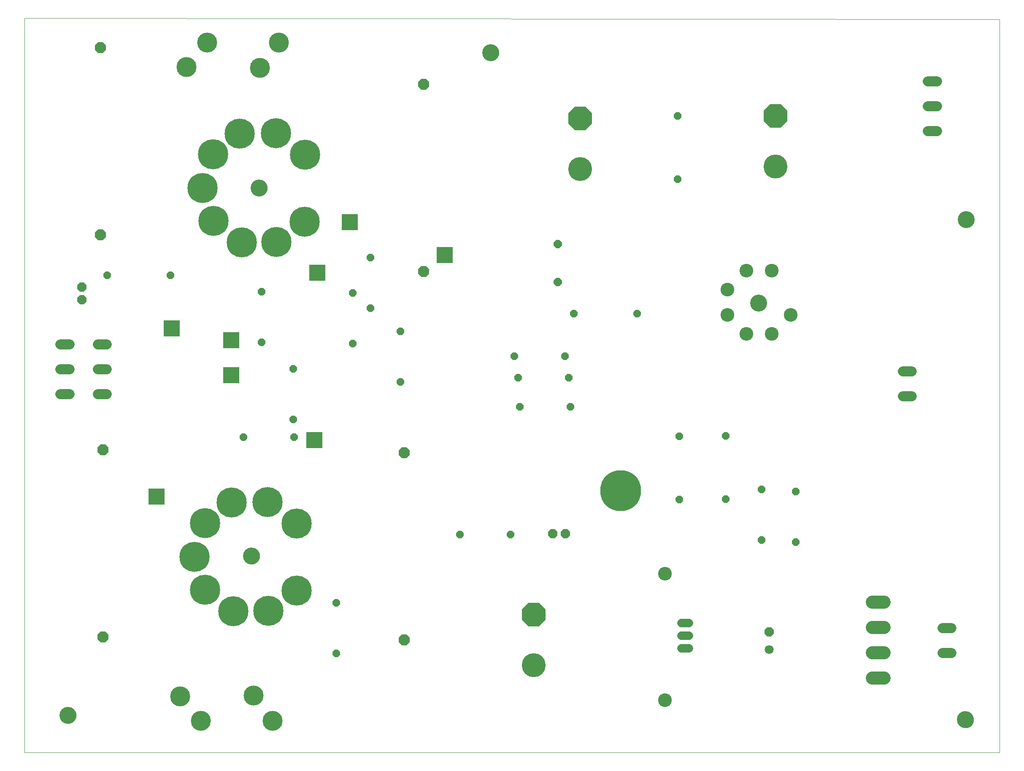
<source format=gbs>
G75*
%MOIN*%
%OFA0B0*%
%FSLAX25Y25*%
%IPPOS*%
%LPD*%
%AMOC8*
5,1,8,0,0,1.08239X$1,22.5*
%
%ADD10C,0.00000*%
%ADD11C,0.07850*%
%ADD12C,0.10250*%
%ADD13C,0.18900*%
%ADD14OC8,0.18900*%
%ADD15OC8,0.06400*%
%ADD16OC8,0.07100*%
%ADD17C,0.07100*%
%ADD18OC8,0.08600*%
%ADD19C,0.06800*%
%ADD20OC8,0.07400*%
%ADD21C,0.10800*%
%ADD22OC8,0.06000*%
%ADD23C,0.07887*%
%ADD24C,0.23800*%
%ADD25C,0.15800*%
%ADD26C,0.13398*%
%ADD27C,0.32296*%
%ADD28R,0.12611X0.12611*%
D10*
X0171672Y0029156D02*
X0171672Y0609857D01*
X0942093Y0608857D01*
X0942093Y0029156D01*
X0171672Y0029156D01*
X0199873Y0058656D02*
X0199875Y0058814D01*
X0199881Y0058972D01*
X0199891Y0059130D01*
X0199905Y0059288D01*
X0199923Y0059445D01*
X0199944Y0059602D01*
X0199970Y0059758D01*
X0200000Y0059914D01*
X0200033Y0060069D01*
X0200071Y0060222D01*
X0200112Y0060375D01*
X0200157Y0060527D01*
X0200206Y0060678D01*
X0200259Y0060827D01*
X0200315Y0060975D01*
X0200375Y0061121D01*
X0200439Y0061266D01*
X0200507Y0061409D01*
X0200578Y0061551D01*
X0200652Y0061691D01*
X0200730Y0061828D01*
X0200812Y0061964D01*
X0200896Y0062098D01*
X0200985Y0062229D01*
X0201076Y0062358D01*
X0201171Y0062485D01*
X0201268Y0062610D01*
X0201369Y0062732D01*
X0201473Y0062851D01*
X0201580Y0062968D01*
X0201690Y0063082D01*
X0201803Y0063193D01*
X0201918Y0063302D01*
X0202036Y0063407D01*
X0202157Y0063509D01*
X0202280Y0063609D01*
X0202406Y0063705D01*
X0202534Y0063798D01*
X0202664Y0063888D01*
X0202797Y0063974D01*
X0202932Y0064058D01*
X0203068Y0064137D01*
X0203207Y0064214D01*
X0203348Y0064286D01*
X0203490Y0064356D01*
X0203634Y0064421D01*
X0203780Y0064483D01*
X0203927Y0064541D01*
X0204076Y0064596D01*
X0204226Y0064647D01*
X0204377Y0064694D01*
X0204529Y0064737D01*
X0204682Y0064776D01*
X0204837Y0064812D01*
X0204992Y0064843D01*
X0205148Y0064871D01*
X0205304Y0064895D01*
X0205461Y0064915D01*
X0205619Y0064931D01*
X0205776Y0064943D01*
X0205935Y0064951D01*
X0206093Y0064955D01*
X0206251Y0064955D01*
X0206409Y0064951D01*
X0206568Y0064943D01*
X0206725Y0064931D01*
X0206883Y0064915D01*
X0207040Y0064895D01*
X0207196Y0064871D01*
X0207352Y0064843D01*
X0207507Y0064812D01*
X0207662Y0064776D01*
X0207815Y0064737D01*
X0207967Y0064694D01*
X0208118Y0064647D01*
X0208268Y0064596D01*
X0208417Y0064541D01*
X0208564Y0064483D01*
X0208710Y0064421D01*
X0208854Y0064356D01*
X0208996Y0064286D01*
X0209137Y0064214D01*
X0209276Y0064137D01*
X0209412Y0064058D01*
X0209547Y0063974D01*
X0209680Y0063888D01*
X0209810Y0063798D01*
X0209938Y0063705D01*
X0210064Y0063609D01*
X0210187Y0063509D01*
X0210308Y0063407D01*
X0210426Y0063302D01*
X0210541Y0063193D01*
X0210654Y0063082D01*
X0210764Y0062968D01*
X0210871Y0062851D01*
X0210975Y0062732D01*
X0211076Y0062610D01*
X0211173Y0062485D01*
X0211268Y0062358D01*
X0211359Y0062229D01*
X0211448Y0062098D01*
X0211532Y0061964D01*
X0211614Y0061828D01*
X0211692Y0061691D01*
X0211766Y0061551D01*
X0211837Y0061409D01*
X0211905Y0061266D01*
X0211969Y0061121D01*
X0212029Y0060975D01*
X0212085Y0060827D01*
X0212138Y0060678D01*
X0212187Y0060527D01*
X0212232Y0060375D01*
X0212273Y0060222D01*
X0212311Y0060069D01*
X0212344Y0059914D01*
X0212374Y0059758D01*
X0212400Y0059602D01*
X0212421Y0059445D01*
X0212439Y0059288D01*
X0212453Y0059130D01*
X0212463Y0058972D01*
X0212469Y0058814D01*
X0212471Y0058656D01*
X0212469Y0058498D01*
X0212463Y0058340D01*
X0212453Y0058182D01*
X0212439Y0058024D01*
X0212421Y0057867D01*
X0212400Y0057710D01*
X0212374Y0057554D01*
X0212344Y0057398D01*
X0212311Y0057243D01*
X0212273Y0057090D01*
X0212232Y0056937D01*
X0212187Y0056785D01*
X0212138Y0056634D01*
X0212085Y0056485D01*
X0212029Y0056337D01*
X0211969Y0056191D01*
X0211905Y0056046D01*
X0211837Y0055903D01*
X0211766Y0055761D01*
X0211692Y0055621D01*
X0211614Y0055484D01*
X0211532Y0055348D01*
X0211448Y0055214D01*
X0211359Y0055083D01*
X0211268Y0054954D01*
X0211173Y0054827D01*
X0211076Y0054702D01*
X0210975Y0054580D01*
X0210871Y0054461D01*
X0210764Y0054344D01*
X0210654Y0054230D01*
X0210541Y0054119D01*
X0210426Y0054010D01*
X0210308Y0053905D01*
X0210187Y0053803D01*
X0210064Y0053703D01*
X0209938Y0053607D01*
X0209810Y0053514D01*
X0209680Y0053424D01*
X0209547Y0053338D01*
X0209412Y0053254D01*
X0209276Y0053175D01*
X0209137Y0053098D01*
X0208996Y0053026D01*
X0208854Y0052956D01*
X0208710Y0052891D01*
X0208564Y0052829D01*
X0208417Y0052771D01*
X0208268Y0052716D01*
X0208118Y0052665D01*
X0207967Y0052618D01*
X0207815Y0052575D01*
X0207662Y0052536D01*
X0207507Y0052500D01*
X0207352Y0052469D01*
X0207196Y0052441D01*
X0207040Y0052417D01*
X0206883Y0052397D01*
X0206725Y0052381D01*
X0206568Y0052369D01*
X0206409Y0052361D01*
X0206251Y0052357D01*
X0206093Y0052357D01*
X0205935Y0052361D01*
X0205776Y0052369D01*
X0205619Y0052381D01*
X0205461Y0052397D01*
X0205304Y0052417D01*
X0205148Y0052441D01*
X0204992Y0052469D01*
X0204837Y0052500D01*
X0204682Y0052536D01*
X0204529Y0052575D01*
X0204377Y0052618D01*
X0204226Y0052665D01*
X0204076Y0052716D01*
X0203927Y0052771D01*
X0203780Y0052829D01*
X0203634Y0052891D01*
X0203490Y0052956D01*
X0203348Y0053026D01*
X0203207Y0053098D01*
X0203068Y0053175D01*
X0202932Y0053254D01*
X0202797Y0053338D01*
X0202664Y0053424D01*
X0202534Y0053514D01*
X0202406Y0053607D01*
X0202280Y0053703D01*
X0202157Y0053803D01*
X0202036Y0053905D01*
X0201918Y0054010D01*
X0201803Y0054119D01*
X0201690Y0054230D01*
X0201580Y0054344D01*
X0201473Y0054461D01*
X0201369Y0054580D01*
X0201268Y0054702D01*
X0201171Y0054827D01*
X0201076Y0054954D01*
X0200985Y0055083D01*
X0200896Y0055214D01*
X0200812Y0055348D01*
X0200730Y0055484D01*
X0200652Y0055621D01*
X0200578Y0055761D01*
X0200507Y0055903D01*
X0200439Y0056046D01*
X0200375Y0056191D01*
X0200315Y0056337D01*
X0200259Y0056485D01*
X0200206Y0056634D01*
X0200157Y0056785D01*
X0200112Y0056937D01*
X0200071Y0057090D01*
X0200033Y0057243D01*
X0200000Y0057398D01*
X0199970Y0057554D01*
X0199944Y0057710D01*
X0199923Y0057867D01*
X0199905Y0058024D01*
X0199891Y0058182D01*
X0199881Y0058340D01*
X0199875Y0058498D01*
X0199873Y0058656D01*
X0344873Y0184656D02*
X0344875Y0184814D01*
X0344881Y0184972D01*
X0344891Y0185130D01*
X0344905Y0185288D01*
X0344923Y0185445D01*
X0344944Y0185602D01*
X0344970Y0185758D01*
X0345000Y0185914D01*
X0345033Y0186069D01*
X0345071Y0186222D01*
X0345112Y0186375D01*
X0345157Y0186527D01*
X0345206Y0186678D01*
X0345259Y0186827D01*
X0345315Y0186975D01*
X0345375Y0187121D01*
X0345439Y0187266D01*
X0345507Y0187409D01*
X0345578Y0187551D01*
X0345652Y0187691D01*
X0345730Y0187828D01*
X0345812Y0187964D01*
X0345896Y0188098D01*
X0345985Y0188229D01*
X0346076Y0188358D01*
X0346171Y0188485D01*
X0346268Y0188610D01*
X0346369Y0188732D01*
X0346473Y0188851D01*
X0346580Y0188968D01*
X0346690Y0189082D01*
X0346803Y0189193D01*
X0346918Y0189302D01*
X0347036Y0189407D01*
X0347157Y0189509D01*
X0347280Y0189609D01*
X0347406Y0189705D01*
X0347534Y0189798D01*
X0347664Y0189888D01*
X0347797Y0189974D01*
X0347932Y0190058D01*
X0348068Y0190137D01*
X0348207Y0190214D01*
X0348348Y0190286D01*
X0348490Y0190356D01*
X0348634Y0190421D01*
X0348780Y0190483D01*
X0348927Y0190541D01*
X0349076Y0190596D01*
X0349226Y0190647D01*
X0349377Y0190694D01*
X0349529Y0190737D01*
X0349682Y0190776D01*
X0349837Y0190812D01*
X0349992Y0190843D01*
X0350148Y0190871D01*
X0350304Y0190895D01*
X0350461Y0190915D01*
X0350619Y0190931D01*
X0350776Y0190943D01*
X0350935Y0190951D01*
X0351093Y0190955D01*
X0351251Y0190955D01*
X0351409Y0190951D01*
X0351568Y0190943D01*
X0351725Y0190931D01*
X0351883Y0190915D01*
X0352040Y0190895D01*
X0352196Y0190871D01*
X0352352Y0190843D01*
X0352507Y0190812D01*
X0352662Y0190776D01*
X0352815Y0190737D01*
X0352967Y0190694D01*
X0353118Y0190647D01*
X0353268Y0190596D01*
X0353417Y0190541D01*
X0353564Y0190483D01*
X0353710Y0190421D01*
X0353854Y0190356D01*
X0353996Y0190286D01*
X0354137Y0190214D01*
X0354276Y0190137D01*
X0354412Y0190058D01*
X0354547Y0189974D01*
X0354680Y0189888D01*
X0354810Y0189798D01*
X0354938Y0189705D01*
X0355064Y0189609D01*
X0355187Y0189509D01*
X0355308Y0189407D01*
X0355426Y0189302D01*
X0355541Y0189193D01*
X0355654Y0189082D01*
X0355764Y0188968D01*
X0355871Y0188851D01*
X0355975Y0188732D01*
X0356076Y0188610D01*
X0356173Y0188485D01*
X0356268Y0188358D01*
X0356359Y0188229D01*
X0356448Y0188098D01*
X0356532Y0187964D01*
X0356614Y0187828D01*
X0356692Y0187691D01*
X0356766Y0187551D01*
X0356837Y0187409D01*
X0356905Y0187266D01*
X0356969Y0187121D01*
X0357029Y0186975D01*
X0357085Y0186827D01*
X0357138Y0186678D01*
X0357187Y0186527D01*
X0357232Y0186375D01*
X0357273Y0186222D01*
X0357311Y0186069D01*
X0357344Y0185914D01*
X0357374Y0185758D01*
X0357400Y0185602D01*
X0357421Y0185445D01*
X0357439Y0185288D01*
X0357453Y0185130D01*
X0357463Y0184972D01*
X0357469Y0184814D01*
X0357471Y0184656D01*
X0357469Y0184498D01*
X0357463Y0184340D01*
X0357453Y0184182D01*
X0357439Y0184024D01*
X0357421Y0183867D01*
X0357400Y0183710D01*
X0357374Y0183554D01*
X0357344Y0183398D01*
X0357311Y0183243D01*
X0357273Y0183090D01*
X0357232Y0182937D01*
X0357187Y0182785D01*
X0357138Y0182634D01*
X0357085Y0182485D01*
X0357029Y0182337D01*
X0356969Y0182191D01*
X0356905Y0182046D01*
X0356837Y0181903D01*
X0356766Y0181761D01*
X0356692Y0181621D01*
X0356614Y0181484D01*
X0356532Y0181348D01*
X0356448Y0181214D01*
X0356359Y0181083D01*
X0356268Y0180954D01*
X0356173Y0180827D01*
X0356076Y0180702D01*
X0355975Y0180580D01*
X0355871Y0180461D01*
X0355764Y0180344D01*
X0355654Y0180230D01*
X0355541Y0180119D01*
X0355426Y0180010D01*
X0355308Y0179905D01*
X0355187Y0179803D01*
X0355064Y0179703D01*
X0354938Y0179607D01*
X0354810Y0179514D01*
X0354680Y0179424D01*
X0354547Y0179338D01*
X0354412Y0179254D01*
X0354276Y0179175D01*
X0354137Y0179098D01*
X0353996Y0179026D01*
X0353854Y0178956D01*
X0353710Y0178891D01*
X0353564Y0178829D01*
X0353417Y0178771D01*
X0353268Y0178716D01*
X0353118Y0178665D01*
X0352967Y0178618D01*
X0352815Y0178575D01*
X0352662Y0178536D01*
X0352507Y0178500D01*
X0352352Y0178469D01*
X0352196Y0178441D01*
X0352040Y0178417D01*
X0351883Y0178397D01*
X0351725Y0178381D01*
X0351568Y0178369D01*
X0351409Y0178361D01*
X0351251Y0178357D01*
X0351093Y0178357D01*
X0350935Y0178361D01*
X0350776Y0178369D01*
X0350619Y0178381D01*
X0350461Y0178397D01*
X0350304Y0178417D01*
X0350148Y0178441D01*
X0349992Y0178469D01*
X0349837Y0178500D01*
X0349682Y0178536D01*
X0349529Y0178575D01*
X0349377Y0178618D01*
X0349226Y0178665D01*
X0349076Y0178716D01*
X0348927Y0178771D01*
X0348780Y0178829D01*
X0348634Y0178891D01*
X0348490Y0178956D01*
X0348348Y0179026D01*
X0348207Y0179098D01*
X0348068Y0179175D01*
X0347932Y0179254D01*
X0347797Y0179338D01*
X0347664Y0179424D01*
X0347534Y0179514D01*
X0347406Y0179607D01*
X0347280Y0179703D01*
X0347157Y0179803D01*
X0347036Y0179905D01*
X0346918Y0180010D01*
X0346803Y0180119D01*
X0346690Y0180230D01*
X0346580Y0180344D01*
X0346473Y0180461D01*
X0346369Y0180580D01*
X0346268Y0180702D01*
X0346171Y0180827D01*
X0346076Y0180954D01*
X0345985Y0181083D01*
X0345896Y0181214D01*
X0345812Y0181348D01*
X0345730Y0181484D01*
X0345652Y0181621D01*
X0345578Y0181761D01*
X0345507Y0181903D01*
X0345439Y0182046D01*
X0345375Y0182191D01*
X0345315Y0182337D01*
X0345259Y0182485D01*
X0345206Y0182634D01*
X0345157Y0182785D01*
X0345112Y0182937D01*
X0345071Y0183090D01*
X0345033Y0183243D01*
X0345000Y0183398D01*
X0344970Y0183554D01*
X0344944Y0183710D01*
X0344923Y0183867D01*
X0344905Y0184024D01*
X0344891Y0184182D01*
X0344881Y0184340D01*
X0344875Y0184498D01*
X0344873Y0184656D01*
X0672672Y0170656D02*
X0672674Y0170797D01*
X0672680Y0170938D01*
X0672690Y0171078D01*
X0672704Y0171218D01*
X0672722Y0171358D01*
X0672743Y0171497D01*
X0672769Y0171636D01*
X0672798Y0171774D01*
X0672832Y0171910D01*
X0672869Y0172046D01*
X0672910Y0172181D01*
X0672955Y0172315D01*
X0673004Y0172447D01*
X0673056Y0172578D01*
X0673112Y0172707D01*
X0673172Y0172834D01*
X0673235Y0172960D01*
X0673301Y0173084D01*
X0673372Y0173207D01*
X0673445Y0173327D01*
X0673522Y0173445D01*
X0673602Y0173561D01*
X0673686Y0173674D01*
X0673772Y0173785D01*
X0673862Y0173894D01*
X0673955Y0174000D01*
X0674050Y0174103D01*
X0674149Y0174204D01*
X0674250Y0174302D01*
X0674354Y0174397D01*
X0674461Y0174489D01*
X0674570Y0174578D01*
X0674682Y0174663D01*
X0674796Y0174746D01*
X0674912Y0174826D01*
X0675031Y0174902D01*
X0675152Y0174974D01*
X0675274Y0175044D01*
X0675399Y0175109D01*
X0675525Y0175172D01*
X0675653Y0175230D01*
X0675783Y0175285D01*
X0675914Y0175337D01*
X0676047Y0175384D01*
X0676181Y0175428D01*
X0676316Y0175469D01*
X0676452Y0175505D01*
X0676589Y0175537D01*
X0676727Y0175566D01*
X0676865Y0175591D01*
X0677005Y0175611D01*
X0677145Y0175628D01*
X0677285Y0175641D01*
X0677426Y0175650D01*
X0677566Y0175655D01*
X0677707Y0175656D01*
X0677848Y0175653D01*
X0677989Y0175646D01*
X0678129Y0175635D01*
X0678269Y0175620D01*
X0678409Y0175601D01*
X0678548Y0175579D01*
X0678686Y0175552D01*
X0678824Y0175522D01*
X0678960Y0175487D01*
X0679096Y0175449D01*
X0679230Y0175407D01*
X0679364Y0175361D01*
X0679496Y0175312D01*
X0679626Y0175258D01*
X0679755Y0175201D01*
X0679882Y0175141D01*
X0680008Y0175077D01*
X0680131Y0175009D01*
X0680253Y0174938D01*
X0680373Y0174864D01*
X0680490Y0174786D01*
X0680605Y0174705D01*
X0680718Y0174621D01*
X0680829Y0174534D01*
X0680937Y0174443D01*
X0681042Y0174350D01*
X0681145Y0174253D01*
X0681245Y0174154D01*
X0681342Y0174052D01*
X0681436Y0173947D01*
X0681527Y0173840D01*
X0681615Y0173730D01*
X0681700Y0173618D01*
X0681782Y0173503D01*
X0681861Y0173386D01*
X0681936Y0173267D01*
X0682008Y0173146D01*
X0682076Y0173023D01*
X0682141Y0172898D01*
X0682203Y0172771D01*
X0682260Y0172642D01*
X0682315Y0172512D01*
X0682365Y0172381D01*
X0682412Y0172248D01*
X0682455Y0172114D01*
X0682494Y0171978D01*
X0682529Y0171842D01*
X0682561Y0171705D01*
X0682588Y0171567D01*
X0682612Y0171428D01*
X0682632Y0171288D01*
X0682648Y0171148D01*
X0682660Y0171008D01*
X0682668Y0170867D01*
X0682672Y0170726D01*
X0682672Y0170586D01*
X0682668Y0170445D01*
X0682660Y0170304D01*
X0682648Y0170164D01*
X0682632Y0170024D01*
X0682612Y0169884D01*
X0682588Y0169745D01*
X0682561Y0169607D01*
X0682529Y0169470D01*
X0682494Y0169334D01*
X0682455Y0169198D01*
X0682412Y0169064D01*
X0682365Y0168931D01*
X0682315Y0168800D01*
X0682260Y0168670D01*
X0682203Y0168541D01*
X0682141Y0168414D01*
X0682076Y0168289D01*
X0682008Y0168166D01*
X0681936Y0168045D01*
X0681861Y0167926D01*
X0681782Y0167809D01*
X0681700Y0167694D01*
X0681615Y0167582D01*
X0681527Y0167472D01*
X0681436Y0167365D01*
X0681342Y0167260D01*
X0681245Y0167158D01*
X0681145Y0167059D01*
X0681042Y0166962D01*
X0680937Y0166869D01*
X0680829Y0166778D01*
X0680718Y0166691D01*
X0680605Y0166607D01*
X0680490Y0166526D01*
X0680373Y0166448D01*
X0680253Y0166374D01*
X0680131Y0166303D01*
X0680008Y0166235D01*
X0679882Y0166171D01*
X0679755Y0166111D01*
X0679626Y0166054D01*
X0679496Y0166000D01*
X0679364Y0165951D01*
X0679230Y0165905D01*
X0679096Y0165863D01*
X0678960Y0165825D01*
X0678824Y0165790D01*
X0678686Y0165760D01*
X0678548Y0165733D01*
X0678409Y0165711D01*
X0678269Y0165692D01*
X0678129Y0165677D01*
X0677989Y0165666D01*
X0677848Y0165659D01*
X0677707Y0165656D01*
X0677566Y0165657D01*
X0677426Y0165662D01*
X0677285Y0165671D01*
X0677145Y0165684D01*
X0677005Y0165701D01*
X0676865Y0165721D01*
X0676727Y0165746D01*
X0676589Y0165775D01*
X0676452Y0165807D01*
X0676316Y0165843D01*
X0676181Y0165884D01*
X0676047Y0165928D01*
X0675914Y0165975D01*
X0675783Y0166027D01*
X0675653Y0166082D01*
X0675525Y0166140D01*
X0675399Y0166203D01*
X0675274Y0166268D01*
X0675152Y0166338D01*
X0675031Y0166410D01*
X0674912Y0166486D01*
X0674796Y0166566D01*
X0674682Y0166649D01*
X0674570Y0166734D01*
X0674461Y0166823D01*
X0674354Y0166915D01*
X0674250Y0167010D01*
X0674149Y0167108D01*
X0674050Y0167209D01*
X0673955Y0167312D01*
X0673862Y0167418D01*
X0673772Y0167527D01*
X0673686Y0167638D01*
X0673602Y0167751D01*
X0673522Y0167867D01*
X0673445Y0167985D01*
X0673372Y0168105D01*
X0673301Y0168228D01*
X0673235Y0168352D01*
X0673172Y0168478D01*
X0673112Y0168605D01*
X0673056Y0168734D01*
X0673004Y0168865D01*
X0672955Y0168997D01*
X0672910Y0169131D01*
X0672869Y0169266D01*
X0672832Y0169402D01*
X0672798Y0169538D01*
X0672769Y0169676D01*
X0672743Y0169815D01*
X0672722Y0169954D01*
X0672704Y0170094D01*
X0672690Y0170234D01*
X0672680Y0170374D01*
X0672674Y0170515D01*
X0672672Y0170656D01*
X0672672Y0070656D02*
X0672674Y0070797D01*
X0672680Y0070938D01*
X0672690Y0071078D01*
X0672704Y0071218D01*
X0672722Y0071358D01*
X0672743Y0071497D01*
X0672769Y0071636D01*
X0672798Y0071774D01*
X0672832Y0071910D01*
X0672869Y0072046D01*
X0672910Y0072181D01*
X0672955Y0072315D01*
X0673004Y0072447D01*
X0673056Y0072578D01*
X0673112Y0072707D01*
X0673172Y0072834D01*
X0673235Y0072960D01*
X0673301Y0073084D01*
X0673372Y0073207D01*
X0673445Y0073327D01*
X0673522Y0073445D01*
X0673602Y0073561D01*
X0673686Y0073674D01*
X0673772Y0073785D01*
X0673862Y0073894D01*
X0673955Y0074000D01*
X0674050Y0074103D01*
X0674149Y0074204D01*
X0674250Y0074302D01*
X0674354Y0074397D01*
X0674461Y0074489D01*
X0674570Y0074578D01*
X0674682Y0074663D01*
X0674796Y0074746D01*
X0674912Y0074826D01*
X0675031Y0074902D01*
X0675152Y0074974D01*
X0675274Y0075044D01*
X0675399Y0075109D01*
X0675525Y0075172D01*
X0675653Y0075230D01*
X0675783Y0075285D01*
X0675914Y0075337D01*
X0676047Y0075384D01*
X0676181Y0075428D01*
X0676316Y0075469D01*
X0676452Y0075505D01*
X0676589Y0075537D01*
X0676727Y0075566D01*
X0676865Y0075591D01*
X0677005Y0075611D01*
X0677145Y0075628D01*
X0677285Y0075641D01*
X0677426Y0075650D01*
X0677566Y0075655D01*
X0677707Y0075656D01*
X0677848Y0075653D01*
X0677989Y0075646D01*
X0678129Y0075635D01*
X0678269Y0075620D01*
X0678409Y0075601D01*
X0678548Y0075579D01*
X0678686Y0075552D01*
X0678824Y0075522D01*
X0678960Y0075487D01*
X0679096Y0075449D01*
X0679230Y0075407D01*
X0679364Y0075361D01*
X0679496Y0075312D01*
X0679626Y0075258D01*
X0679755Y0075201D01*
X0679882Y0075141D01*
X0680008Y0075077D01*
X0680131Y0075009D01*
X0680253Y0074938D01*
X0680373Y0074864D01*
X0680490Y0074786D01*
X0680605Y0074705D01*
X0680718Y0074621D01*
X0680829Y0074534D01*
X0680937Y0074443D01*
X0681042Y0074350D01*
X0681145Y0074253D01*
X0681245Y0074154D01*
X0681342Y0074052D01*
X0681436Y0073947D01*
X0681527Y0073840D01*
X0681615Y0073730D01*
X0681700Y0073618D01*
X0681782Y0073503D01*
X0681861Y0073386D01*
X0681936Y0073267D01*
X0682008Y0073146D01*
X0682076Y0073023D01*
X0682141Y0072898D01*
X0682203Y0072771D01*
X0682260Y0072642D01*
X0682315Y0072512D01*
X0682365Y0072381D01*
X0682412Y0072248D01*
X0682455Y0072114D01*
X0682494Y0071978D01*
X0682529Y0071842D01*
X0682561Y0071705D01*
X0682588Y0071567D01*
X0682612Y0071428D01*
X0682632Y0071288D01*
X0682648Y0071148D01*
X0682660Y0071008D01*
X0682668Y0070867D01*
X0682672Y0070726D01*
X0682672Y0070586D01*
X0682668Y0070445D01*
X0682660Y0070304D01*
X0682648Y0070164D01*
X0682632Y0070024D01*
X0682612Y0069884D01*
X0682588Y0069745D01*
X0682561Y0069607D01*
X0682529Y0069470D01*
X0682494Y0069334D01*
X0682455Y0069198D01*
X0682412Y0069064D01*
X0682365Y0068931D01*
X0682315Y0068800D01*
X0682260Y0068670D01*
X0682203Y0068541D01*
X0682141Y0068414D01*
X0682076Y0068289D01*
X0682008Y0068166D01*
X0681936Y0068045D01*
X0681861Y0067926D01*
X0681782Y0067809D01*
X0681700Y0067694D01*
X0681615Y0067582D01*
X0681527Y0067472D01*
X0681436Y0067365D01*
X0681342Y0067260D01*
X0681245Y0067158D01*
X0681145Y0067059D01*
X0681042Y0066962D01*
X0680937Y0066869D01*
X0680829Y0066778D01*
X0680718Y0066691D01*
X0680605Y0066607D01*
X0680490Y0066526D01*
X0680373Y0066448D01*
X0680253Y0066374D01*
X0680131Y0066303D01*
X0680008Y0066235D01*
X0679882Y0066171D01*
X0679755Y0066111D01*
X0679626Y0066054D01*
X0679496Y0066000D01*
X0679364Y0065951D01*
X0679230Y0065905D01*
X0679096Y0065863D01*
X0678960Y0065825D01*
X0678824Y0065790D01*
X0678686Y0065760D01*
X0678548Y0065733D01*
X0678409Y0065711D01*
X0678269Y0065692D01*
X0678129Y0065677D01*
X0677989Y0065666D01*
X0677848Y0065659D01*
X0677707Y0065656D01*
X0677566Y0065657D01*
X0677426Y0065662D01*
X0677285Y0065671D01*
X0677145Y0065684D01*
X0677005Y0065701D01*
X0676865Y0065721D01*
X0676727Y0065746D01*
X0676589Y0065775D01*
X0676452Y0065807D01*
X0676316Y0065843D01*
X0676181Y0065884D01*
X0676047Y0065928D01*
X0675914Y0065975D01*
X0675783Y0066027D01*
X0675653Y0066082D01*
X0675525Y0066140D01*
X0675399Y0066203D01*
X0675274Y0066268D01*
X0675152Y0066338D01*
X0675031Y0066410D01*
X0674912Y0066486D01*
X0674796Y0066566D01*
X0674682Y0066649D01*
X0674570Y0066734D01*
X0674461Y0066823D01*
X0674354Y0066915D01*
X0674250Y0067010D01*
X0674149Y0067108D01*
X0674050Y0067209D01*
X0673955Y0067312D01*
X0673862Y0067418D01*
X0673772Y0067527D01*
X0673686Y0067638D01*
X0673602Y0067751D01*
X0673522Y0067867D01*
X0673445Y0067985D01*
X0673372Y0068105D01*
X0673301Y0068228D01*
X0673235Y0068352D01*
X0673172Y0068478D01*
X0673112Y0068605D01*
X0673056Y0068734D01*
X0673004Y0068865D01*
X0672955Y0068997D01*
X0672910Y0069131D01*
X0672869Y0069266D01*
X0672832Y0069402D01*
X0672798Y0069538D01*
X0672769Y0069676D01*
X0672743Y0069815D01*
X0672722Y0069954D01*
X0672704Y0070094D01*
X0672690Y0070234D01*
X0672680Y0070374D01*
X0672674Y0070515D01*
X0672672Y0070656D01*
X0908873Y0055156D02*
X0908875Y0055314D01*
X0908881Y0055472D01*
X0908891Y0055630D01*
X0908905Y0055788D01*
X0908923Y0055945D01*
X0908944Y0056102D01*
X0908970Y0056258D01*
X0909000Y0056414D01*
X0909033Y0056569D01*
X0909071Y0056722D01*
X0909112Y0056875D01*
X0909157Y0057027D01*
X0909206Y0057178D01*
X0909259Y0057327D01*
X0909315Y0057475D01*
X0909375Y0057621D01*
X0909439Y0057766D01*
X0909507Y0057909D01*
X0909578Y0058051D01*
X0909652Y0058191D01*
X0909730Y0058328D01*
X0909812Y0058464D01*
X0909896Y0058598D01*
X0909985Y0058729D01*
X0910076Y0058858D01*
X0910171Y0058985D01*
X0910268Y0059110D01*
X0910369Y0059232D01*
X0910473Y0059351D01*
X0910580Y0059468D01*
X0910690Y0059582D01*
X0910803Y0059693D01*
X0910918Y0059802D01*
X0911036Y0059907D01*
X0911157Y0060009D01*
X0911280Y0060109D01*
X0911406Y0060205D01*
X0911534Y0060298D01*
X0911664Y0060388D01*
X0911797Y0060474D01*
X0911932Y0060558D01*
X0912068Y0060637D01*
X0912207Y0060714D01*
X0912348Y0060786D01*
X0912490Y0060856D01*
X0912634Y0060921D01*
X0912780Y0060983D01*
X0912927Y0061041D01*
X0913076Y0061096D01*
X0913226Y0061147D01*
X0913377Y0061194D01*
X0913529Y0061237D01*
X0913682Y0061276D01*
X0913837Y0061312D01*
X0913992Y0061343D01*
X0914148Y0061371D01*
X0914304Y0061395D01*
X0914461Y0061415D01*
X0914619Y0061431D01*
X0914776Y0061443D01*
X0914935Y0061451D01*
X0915093Y0061455D01*
X0915251Y0061455D01*
X0915409Y0061451D01*
X0915568Y0061443D01*
X0915725Y0061431D01*
X0915883Y0061415D01*
X0916040Y0061395D01*
X0916196Y0061371D01*
X0916352Y0061343D01*
X0916507Y0061312D01*
X0916662Y0061276D01*
X0916815Y0061237D01*
X0916967Y0061194D01*
X0917118Y0061147D01*
X0917268Y0061096D01*
X0917417Y0061041D01*
X0917564Y0060983D01*
X0917710Y0060921D01*
X0917854Y0060856D01*
X0917996Y0060786D01*
X0918137Y0060714D01*
X0918276Y0060637D01*
X0918412Y0060558D01*
X0918547Y0060474D01*
X0918680Y0060388D01*
X0918810Y0060298D01*
X0918938Y0060205D01*
X0919064Y0060109D01*
X0919187Y0060009D01*
X0919308Y0059907D01*
X0919426Y0059802D01*
X0919541Y0059693D01*
X0919654Y0059582D01*
X0919764Y0059468D01*
X0919871Y0059351D01*
X0919975Y0059232D01*
X0920076Y0059110D01*
X0920173Y0058985D01*
X0920268Y0058858D01*
X0920359Y0058729D01*
X0920448Y0058598D01*
X0920532Y0058464D01*
X0920614Y0058328D01*
X0920692Y0058191D01*
X0920766Y0058051D01*
X0920837Y0057909D01*
X0920905Y0057766D01*
X0920969Y0057621D01*
X0921029Y0057475D01*
X0921085Y0057327D01*
X0921138Y0057178D01*
X0921187Y0057027D01*
X0921232Y0056875D01*
X0921273Y0056722D01*
X0921311Y0056569D01*
X0921344Y0056414D01*
X0921374Y0056258D01*
X0921400Y0056102D01*
X0921421Y0055945D01*
X0921439Y0055788D01*
X0921453Y0055630D01*
X0921463Y0055472D01*
X0921469Y0055314D01*
X0921471Y0055156D01*
X0921469Y0054998D01*
X0921463Y0054840D01*
X0921453Y0054682D01*
X0921439Y0054524D01*
X0921421Y0054367D01*
X0921400Y0054210D01*
X0921374Y0054054D01*
X0921344Y0053898D01*
X0921311Y0053743D01*
X0921273Y0053590D01*
X0921232Y0053437D01*
X0921187Y0053285D01*
X0921138Y0053134D01*
X0921085Y0052985D01*
X0921029Y0052837D01*
X0920969Y0052691D01*
X0920905Y0052546D01*
X0920837Y0052403D01*
X0920766Y0052261D01*
X0920692Y0052121D01*
X0920614Y0051984D01*
X0920532Y0051848D01*
X0920448Y0051714D01*
X0920359Y0051583D01*
X0920268Y0051454D01*
X0920173Y0051327D01*
X0920076Y0051202D01*
X0919975Y0051080D01*
X0919871Y0050961D01*
X0919764Y0050844D01*
X0919654Y0050730D01*
X0919541Y0050619D01*
X0919426Y0050510D01*
X0919308Y0050405D01*
X0919187Y0050303D01*
X0919064Y0050203D01*
X0918938Y0050107D01*
X0918810Y0050014D01*
X0918680Y0049924D01*
X0918547Y0049838D01*
X0918412Y0049754D01*
X0918276Y0049675D01*
X0918137Y0049598D01*
X0917996Y0049526D01*
X0917854Y0049456D01*
X0917710Y0049391D01*
X0917564Y0049329D01*
X0917417Y0049271D01*
X0917268Y0049216D01*
X0917118Y0049165D01*
X0916967Y0049118D01*
X0916815Y0049075D01*
X0916662Y0049036D01*
X0916507Y0049000D01*
X0916352Y0048969D01*
X0916196Y0048941D01*
X0916040Y0048917D01*
X0915883Y0048897D01*
X0915725Y0048881D01*
X0915568Y0048869D01*
X0915409Y0048861D01*
X0915251Y0048857D01*
X0915093Y0048857D01*
X0914935Y0048861D01*
X0914776Y0048869D01*
X0914619Y0048881D01*
X0914461Y0048897D01*
X0914304Y0048917D01*
X0914148Y0048941D01*
X0913992Y0048969D01*
X0913837Y0049000D01*
X0913682Y0049036D01*
X0913529Y0049075D01*
X0913377Y0049118D01*
X0913226Y0049165D01*
X0913076Y0049216D01*
X0912927Y0049271D01*
X0912780Y0049329D01*
X0912634Y0049391D01*
X0912490Y0049456D01*
X0912348Y0049526D01*
X0912207Y0049598D01*
X0912068Y0049675D01*
X0911932Y0049754D01*
X0911797Y0049838D01*
X0911664Y0049924D01*
X0911534Y0050014D01*
X0911406Y0050107D01*
X0911280Y0050203D01*
X0911157Y0050303D01*
X0911036Y0050405D01*
X0910918Y0050510D01*
X0910803Y0050619D01*
X0910690Y0050730D01*
X0910580Y0050844D01*
X0910473Y0050961D01*
X0910369Y0051080D01*
X0910268Y0051202D01*
X0910171Y0051327D01*
X0910076Y0051454D01*
X0909985Y0051583D01*
X0909896Y0051714D01*
X0909812Y0051848D01*
X0909730Y0051984D01*
X0909652Y0052121D01*
X0909578Y0052261D01*
X0909507Y0052403D01*
X0909439Y0052546D01*
X0909375Y0052691D01*
X0909315Y0052837D01*
X0909259Y0052985D01*
X0909206Y0053134D01*
X0909157Y0053285D01*
X0909112Y0053437D01*
X0909071Y0053590D01*
X0909033Y0053743D01*
X0909000Y0053898D01*
X0908970Y0054054D01*
X0908944Y0054210D01*
X0908923Y0054367D01*
X0908905Y0054524D01*
X0908891Y0054682D01*
X0908881Y0054840D01*
X0908875Y0054998D01*
X0908873Y0055156D01*
X0745373Y0384656D02*
X0745375Y0384814D01*
X0745381Y0384972D01*
X0745391Y0385130D01*
X0745405Y0385288D01*
X0745423Y0385445D01*
X0745444Y0385602D01*
X0745470Y0385758D01*
X0745500Y0385914D01*
X0745533Y0386069D01*
X0745571Y0386222D01*
X0745612Y0386375D01*
X0745657Y0386527D01*
X0745706Y0386678D01*
X0745759Y0386827D01*
X0745815Y0386975D01*
X0745875Y0387121D01*
X0745939Y0387266D01*
X0746007Y0387409D01*
X0746078Y0387551D01*
X0746152Y0387691D01*
X0746230Y0387828D01*
X0746312Y0387964D01*
X0746396Y0388098D01*
X0746485Y0388229D01*
X0746576Y0388358D01*
X0746671Y0388485D01*
X0746768Y0388610D01*
X0746869Y0388732D01*
X0746973Y0388851D01*
X0747080Y0388968D01*
X0747190Y0389082D01*
X0747303Y0389193D01*
X0747418Y0389302D01*
X0747536Y0389407D01*
X0747657Y0389509D01*
X0747780Y0389609D01*
X0747906Y0389705D01*
X0748034Y0389798D01*
X0748164Y0389888D01*
X0748297Y0389974D01*
X0748432Y0390058D01*
X0748568Y0390137D01*
X0748707Y0390214D01*
X0748848Y0390286D01*
X0748990Y0390356D01*
X0749134Y0390421D01*
X0749280Y0390483D01*
X0749427Y0390541D01*
X0749576Y0390596D01*
X0749726Y0390647D01*
X0749877Y0390694D01*
X0750029Y0390737D01*
X0750182Y0390776D01*
X0750337Y0390812D01*
X0750492Y0390843D01*
X0750648Y0390871D01*
X0750804Y0390895D01*
X0750961Y0390915D01*
X0751119Y0390931D01*
X0751276Y0390943D01*
X0751435Y0390951D01*
X0751593Y0390955D01*
X0751751Y0390955D01*
X0751909Y0390951D01*
X0752068Y0390943D01*
X0752225Y0390931D01*
X0752383Y0390915D01*
X0752540Y0390895D01*
X0752696Y0390871D01*
X0752852Y0390843D01*
X0753007Y0390812D01*
X0753162Y0390776D01*
X0753315Y0390737D01*
X0753467Y0390694D01*
X0753618Y0390647D01*
X0753768Y0390596D01*
X0753917Y0390541D01*
X0754064Y0390483D01*
X0754210Y0390421D01*
X0754354Y0390356D01*
X0754496Y0390286D01*
X0754637Y0390214D01*
X0754776Y0390137D01*
X0754912Y0390058D01*
X0755047Y0389974D01*
X0755180Y0389888D01*
X0755310Y0389798D01*
X0755438Y0389705D01*
X0755564Y0389609D01*
X0755687Y0389509D01*
X0755808Y0389407D01*
X0755926Y0389302D01*
X0756041Y0389193D01*
X0756154Y0389082D01*
X0756264Y0388968D01*
X0756371Y0388851D01*
X0756475Y0388732D01*
X0756576Y0388610D01*
X0756673Y0388485D01*
X0756768Y0388358D01*
X0756859Y0388229D01*
X0756948Y0388098D01*
X0757032Y0387964D01*
X0757114Y0387828D01*
X0757192Y0387691D01*
X0757266Y0387551D01*
X0757337Y0387409D01*
X0757405Y0387266D01*
X0757469Y0387121D01*
X0757529Y0386975D01*
X0757585Y0386827D01*
X0757638Y0386678D01*
X0757687Y0386527D01*
X0757732Y0386375D01*
X0757773Y0386222D01*
X0757811Y0386069D01*
X0757844Y0385914D01*
X0757874Y0385758D01*
X0757900Y0385602D01*
X0757921Y0385445D01*
X0757939Y0385288D01*
X0757953Y0385130D01*
X0757963Y0384972D01*
X0757969Y0384814D01*
X0757971Y0384656D01*
X0757969Y0384498D01*
X0757963Y0384340D01*
X0757953Y0384182D01*
X0757939Y0384024D01*
X0757921Y0383867D01*
X0757900Y0383710D01*
X0757874Y0383554D01*
X0757844Y0383398D01*
X0757811Y0383243D01*
X0757773Y0383090D01*
X0757732Y0382937D01*
X0757687Y0382785D01*
X0757638Y0382634D01*
X0757585Y0382485D01*
X0757529Y0382337D01*
X0757469Y0382191D01*
X0757405Y0382046D01*
X0757337Y0381903D01*
X0757266Y0381761D01*
X0757192Y0381621D01*
X0757114Y0381484D01*
X0757032Y0381348D01*
X0756948Y0381214D01*
X0756859Y0381083D01*
X0756768Y0380954D01*
X0756673Y0380827D01*
X0756576Y0380702D01*
X0756475Y0380580D01*
X0756371Y0380461D01*
X0756264Y0380344D01*
X0756154Y0380230D01*
X0756041Y0380119D01*
X0755926Y0380010D01*
X0755808Y0379905D01*
X0755687Y0379803D01*
X0755564Y0379703D01*
X0755438Y0379607D01*
X0755310Y0379514D01*
X0755180Y0379424D01*
X0755047Y0379338D01*
X0754912Y0379254D01*
X0754776Y0379175D01*
X0754637Y0379098D01*
X0754496Y0379026D01*
X0754354Y0378956D01*
X0754210Y0378891D01*
X0754064Y0378829D01*
X0753917Y0378771D01*
X0753768Y0378716D01*
X0753618Y0378665D01*
X0753467Y0378618D01*
X0753315Y0378575D01*
X0753162Y0378536D01*
X0753007Y0378500D01*
X0752852Y0378469D01*
X0752696Y0378441D01*
X0752540Y0378417D01*
X0752383Y0378397D01*
X0752225Y0378381D01*
X0752068Y0378369D01*
X0751909Y0378361D01*
X0751751Y0378357D01*
X0751593Y0378357D01*
X0751435Y0378361D01*
X0751276Y0378369D01*
X0751119Y0378381D01*
X0750961Y0378397D01*
X0750804Y0378417D01*
X0750648Y0378441D01*
X0750492Y0378469D01*
X0750337Y0378500D01*
X0750182Y0378536D01*
X0750029Y0378575D01*
X0749877Y0378618D01*
X0749726Y0378665D01*
X0749576Y0378716D01*
X0749427Y0378771D01*
X0749280Y0378829D01*
X0749134Y0378891D01*
X0748990Y0378956D01*
X0748848Y0379026D01*
X0748707Y0379098D01*
X0748568Y0379175D01*
X0748432Y0379254D01*
X0748297Y0379338D01*
X0748164Y0379424D01*
X0748034Y0379514D01*
X0747906Y0379607D01*
X0747780Y0379703D01*
X0747657Y0379803D01*
X0747536Y0379905D01*
X0747418Y0380010D01*
X0747303Y0380119D01*
X0747190Y0380230D01*
X0747080Y0380344D01*
X0746973Y0380461D01*
X0746869Y0380580D01*
X0746768Y0380702D01*
X0746671Y0380827D01*
X0746576Y0380954D01*
X0746485Y0381083D01*
X0746396Y0381214D01*
X0746312Y0381348D01*
X0746230Y0381484D01*
X0746152Y0381621D01*
X0746078Y0381761D01*
X0746007Y0381903D01*
X0745939Y0382046D01*
X0745875Y0382191D01*
X0745815Y0382337D01*
X0745759Y0382485D01*
X0745706Y0382634D01*
X0745657Y0382785D01*
X0745612Y0382937D01*
X0745571Y0383090D01*
X0745533Y0383243D01*
X0745500Y0383398D01*
X0745470Y0383554D01*
X0745444Y0383710D01*
X0745423Y0383867D01*
X0745405Y0384024D01*
X0745391Y0384182D01*
X0745381Y0384340D01*
X0745375Y0384498D01*
X0745373Y0384656D01*
X0909373Y0450656D02*
X0909375Y0450814D01*
X0909381Y0450972D01*
X0909391Y0451130D01*
X0909405Y0451288D01*
X0909423Y0451445D01*
X0909444Y0451602D01*
X0909470Y0451758D01*
X0909500Y0451914D01*
X0909533Y0452069D01*
X0909571Y0452222D01*
X0909612Y0452375D01*
X0909657Y0452527D01*
X0909706Y0452678D01*
X0909759Y0452827D01*
X0909815Y0452975D01*
X0909875Y0453121D01*
X0909939Y0453266D01*
X0910007Y0453409D01*
X0910078Y0453551D01*
X0910152Y0453691D01*
X0910230Y0453828D01*
X0910312Y0453964D01*
X0910396Y0454098D01*
X0910485Y0454229D01*
X0910576Y0454358D01*
X0910671Y0454485D01*
X0910768Y0454610D01*
X0910869Y0454732D01*
X0910973Y0454851D01*
X0911080Y0454968D01*
X0911190Y0455082D01*
X0911303Y0455193D01*
X0911418Y0455302D01*
X0911536Y0455407D01*
X0911657Y0455509D01*
X0911780Y0455609D01*
X0911906Y0455705D01*
X0912034Y0455798D01*
X0912164Y0455888D01*
X0912297Y0455974D01*
X0912432Y0456058D01*
X0912568Y0456137D01*
X0912707Y0456214D01*
X0912848Y0456286D01*
X0912990Y0456356D01*
X0913134Y0456421D01*
X0913280Y0456483D01*
X0913427Y0456541D01*
X0913576Y0456596D01*
X0913726Y0456647D01*
X0913877Y0456694D01*
X0914029Y0456737D01*
X0914182Y0456776D01*
X0914337Y0456812D01*
X0914492Y0456843D01*
X0914648Y0456871D01*
X0914804Y0456895D01*
X0914961Y0456915D01*
X0915119Y0456931D01*
X0915276Y0456943D01*
X0915435Y0456951D01*
X0915593Y0456955D01*
X0915751Y0456955D01*
X0915909Y0456951D01*
X0916068Y0456943D01*
X0916225Y0456931D01*
X0916383Y0456915D01*
X0916540Y0456895D01*
X0916696Y0456871D01*
X0916852Y0456843D01*
X0917007Y0456812D01*
X0917162Y0456776D01*
X0917315Y0456737D01*
X0917467Y0456694D01*
X0917618Y0456647D01*
X0917768Y0456596D01*
X0917917Y0456541D01*
X0918064Y0456483D01*
X0918210Y0456421D01*
X0918354Y0456356D01*
X0918496Y0456286D01*
X0918637Y0456214D01*
X0918776Y0456137D01*
X0918912Y0456058D01*
X0919047Y0455974D01*
X0919180Y0455888D01*
X0919310Y0455798D01*
X0919438Y0455705D01*
X0919564Y0455609D01*
X0919687Y0455509D01*
X0919808Y0455407D01*
X0919926Y0455302D01*
X0920041Y0455193D01*
X0920154Y0455082D01*
X0920264Y0454968D01*
X0920371Y0454851D01*
X0920475Y0454732D01*
X0920576Y0454610D01*
X0920673Y0454485D01*
X0920768Y0454358D01*
X0920859Y0454229D01*
X0920948Y0454098D01*
X0921032Y0453964D01*
X0921114Y0453828D01*
X0921192Y0453691D01*
X0921266Y0453551D01*
X0921337Y0453409D01*
X0921405Y0453266D01*
X0921469Y0453121D01*
X0921529Y0452975D01*
X0921585Y0452827D01*
X0921638Y0452678D01*
X0921687Y0452527D01*
X0921732Y0452375D01*
X0921773Y0452222D01*
X0921811Y0452069D01*
X0921844Y0451914D01*
X0921874Y0451758D01*
X0921900Y0451602D01*
X0921921Y0451445D01*
X0921939Y0451288D01*
X0921953Y0451130D01*
X0921963Y0450972D01*
X0921969Y0450814D01*
X0921971Y0450656D01*
X0921969Y0450498D01*
X0921963Y0450340D01*
X0921953Y0450182D01*
X0921939Y0450024D01*
X0921921Y0449867D01*
X0921900Y0449710D01*
X0921874Y0449554D01*
X0921844Y0449398D01*
X0921811Y0449243D01*
X0921773Y0449090D01*
X0921732Y0448937D01*
X0921687Y0448785D01*
X0921638Y0448634D01*
X0921585Y0448485D01*
X0921529Y0448337D01*
X0921469Y0448191D01*
X0921405Y0448046D01*
X0921337Y0447903D01*
X0921266Y0447761D01*
X0921192Y0447621D01*
X0921114Y0447484D01*
X0921032Y0447348D01*
X0920948Y0447214D01*
X0920859Y0447083D01*
X0920768Y0446954D01*
X0920673Y0446827D01*
X0920576Y0446702D01*
X0920475Y0446580D01*
X0920371Y0446461D01*
X0920264Y0446344D01*
X0920154Y0446230D01*
X0920041Y0446119D01*
X0919926Y0446010D01*
X0919808Y0445905D01*
X0919687Y0445803D01*
X0919564Y0445703D01*
X0919438Y0445607D01*
X0919310Y0445514D01*
X0919180Y0445424D01*
X0919047Y0445338D01*
X0918912Y0445254D01*
X0918776Y0445175D01*
X0918637Y0445098D01*
X0918496Y0445026D01*
X0918354Y0444956D01*
X0918210Y0444891D01*
X0918064Y0444829D01*
X0917917Y0444771D01*
X0917768Y0444716D01*
X0917618Y0444665D01*
X0917467Y0444618D01*
X0917315Y0444575D01*
X0917162Y0444536D01*
X0917007Y0444500D01*
X0916852Y0444469D01*
X0916696Y0444441D01*
X0916540Y0444417D01*
X0916383Y0444397D01*
X0916225Y0444381D01*
X0916068Y0444369D01*
X0915909Y0444361D01*
X0915751Y0444357D01*
X0915593Y0444357D01*
X0915435Y0444361D01*
X0915276Y0444369D01*
X0915119Y0444381D01*
X0914961Y0444397D01*
X0914804Y0444417D01*
X0914648Y0444441D01*
X0914492Y0444469D01*
X0914337Y0444500D01*
X0914182Y0444536D01*
X0914029Y0444575D01*
X0913877Y0444618D01*
X0913726Y0444665D01*
X0913576Y0444716D01*
X0913427Y0444771D01*
X0913280Y0444829D01*
X0913134Y0444891D01*
X0912990Y0444956D01*
X0912848Y0445026D01*
X0912707Y0445098D01*
X0912568Y0445175D01*
X0912432Y0445254D01*
X0912297Y0445338D01*
X0912164Y0445424D01*
X0912034Y0445514D01*
X0911906Y0445607D01*
X0911780Y0445703D01*
X0911657Y0445803D01*
X0911536Y0445905D01*
X0911418Y0446010D01*
X0911303Y0446119D01*
X0911190Y0446230D01*
X0911080Y0446344D01*
X0910973Y0446461D01*
X0910869Y0446580D01*
X0910768Y0446702D01*
X0910671Y0446827D01*
X0910576Y0446954D01*
X0910485Y0447083D01*
X0910396Y0447214D01*
X0910312Y0447348D01*
X0910230Y0447484D01*
X0910152Y0447621D01*
X0910078Y0447761D01*
X0910007Y0447903D01*
X0909939Y0448046D01*
X0909875Y0448191D01*
X0909815Y0448337D01*
X0909759Y0448485D01*
X0909706Y0448634D01*
X0909657Y0448785D01*
X0909612Y0448937D01*
X0909571Y0449090D01*
X0909533Y0449243D01*
X0909500Y0449398D01*
X0909470Y0449554D01*
X0909444Y0449710D01*
X0909423Y0449867D01*
X0909405Y0450024D01*
X0909391Y0450182D01*
X0909381Y0450340D01*
X0909375Y0450498D01*
X0909373Y0450656D01*
X0533873Y0582656D02*
X0533875Y0582814D01*
X0533881Y0582972D01*
X0533891Y0583130D01*
X0533905Y0583288D01*
X0533923Y0583445D01*
X0533944Y0583602D01*
X0533970Y0583758D01*
X0534000Y0583914D01*
X0534033Y0584069D01*
X0534071Y0584222D01*
X0534112Y0584375D01*
X0534157Y0584527D01*
X0534206Y0584678D01*
X0534259Y0584827D01*
X0534315Y0584975D01*
X0534375Y0585121D01*
X0534439Y0585266D01*
X0534507Y0585409D01*
X0534578Y0585551D01*
X0534652Y0585691D01*
X0534730Y0585828D01*
X0534812Y0585964D01*
X0534896Y0586098D01*
X0534985Y0586229D01*
X0535076Y0586358D01*
X0535171Y0586485D01*
X0535268Y0586610D01*
X0535369Y0586732D01*
X0535473Y0586851D01*
X0535580Y0586968D01*
X0535690Y0587082D01*
X0535803Y0587193D01*
X0535918Y0587302D01*
X0536036Y0587407D01*
X0536157Y0587509D01*
X0536280Y0587609D01*
X0536406Y0587705D01*
X0536534Y0587798D01*
X0536664Y0587888D01*
X0536797Y0587974D01*
X0536932Y0588058D01*
X0537068Y0588137D01*
X0537207Y0588214D01*
X0537348Y0588286D01*
X0537490Y0588356D01*
X0537634Y0588421D01*
X0537780Y0588483D01*
X0537927Y0588541D01*
X0538076Y0588596D01*
X0538226Y0588647D01*
X0538377Y0588694D01*
X0538529Y0588737D01*
X0538682Y0588776D01*
X0538837Y0588812D01*
X0538992Y0588843D01*
X0539148Y0588871D01*
X0539304Y0588895D01*
X0539461Y0588915D01*
X0539619Y0588931D01*
X0539776Y0588943D01*
X0539935Y0588951D01*
X0540093Y0588955D01*
X0540251Y0588955D01*
X0540409Y0588951D01*
X0540568Y0588943D01*
X0540725Y0588931D01*
X0540883Y0588915D01*
X0541040Y0588895D01*
X0541196Y0588871D01*
X0541352Y0588843D01*
X0541507Y0588812D01*
X0541662Y0588776D01*
X0541815Y0588737D01*
X0541967Y0588694D01*
X0542118Y0588647D01*
X0542268Y0588596D01*
X0542417Y0588541D01*
X0542564Y0588483D01*
X0542710Y0588421D01*
X0542854Y0588356D01*
X0542996Y0588286D01*
X0543137Y0588214D01*
X0543276Y0588137D01*
X0543412Y0588058D01*
X0543547Y0587974D01*
X0543680Y0587888D01*
X0543810Y0587798D01*
X0543938Y0587705D01*
X0544064Y0587609D01*
X0544187Y0587509D01*
X0544308Y0587407D01*
X0544426Y0587302D01*
X0544541Y0587193D01*
X0544654Y0587082D01*
X0544764Y0586968D01*
X0544871Y0586851D01*
X0544975Y0586732D01*
X0545076Y0586610D01*
X0545173Y0586485D01*
X0545268Y0586358D01*
X0545359Y0586229D01*
X0545448Y0586098D01*
X0545532Y0585964D01*
X0545614Y0585828D01*
X0545692Y0585691D01*
X0545766Y0585551D01*
X0545837Y0585409D01*
X0545905Y0585266D01*
X0545969Y0585121D01*
X0546029Y0584975D01*
X0546085Y0584827D01*
X0546138Y0584678D01*
X0546187Y0584527D01*
X0546232Y0584375D01*
X0546273Y0584222D01*
X0546311Y0584069D01*
X0546344Y0583914D01*
X0546374Y0583758D01*
X0546400Y0583602D01*
X0546421Y0583445D01*
X0546439Y0583288D01*
X0546453Y0583130D01*
X0546463Y0582972D01*
X0546469Y0582814D01*
X0546471Y0582656D01*
X0546469Y0582498D01*
X0546463Y0582340D01*
X0546453Y0582182D01*
X0546439Y0582024D01*
X0546421Y0581867D01*
X0546400Y0581710D01*
X0546374Y0581554D01*
X0546344Y0581398D01*
X0546311Y0581243D01*
X0546273Y0581090D01*
X0546232Y0580937D01*
X0546187Y0580785D01*
X0546138Y0580634D01*
X0546085Y0580485D01*
X0546029Y0580337D01*
X0545969Y0580191D01*
X0545905Y0580046D01*
X0545837Y0579903D01*
X0545766Y0579761D01*
X0545692Y0579621D01*
X0545614Y0579484D01*
X0545532Y0579348D01*
X0545448Y0579214D01*
X0545359Y0579083D01*
X0545268Y0578954D01*
X0545173Y0578827D01*
X0545076Y0578702D01*
X0544975Y0578580D01*
X0544871Y0578461D01*
X0544764Y0578344D01*
X0544654Y0578230D01*
X0544541Y0578119D01*
X0544426Y0578010D01*
X0544308Y0577905D01*
X0544187Y0577803D01*
X0544064Y0577703D01*
X0543938Y0577607D01*
X0543810Y0577514D01*
X0543680Y0577424D01*
X0543547Y0577338D01*
X0543412Y0577254D01*
X0543276Y0577175D01*
X0543137Y0577098D01*
X0542996Y0577026D01*
X0542854Y0576956D01*
X0542710Y0576891D01*
X0542564Y0576829D01*
X0542417Y0576771D01*
X0542268Y0576716D01*
X0542118Y0576665D01*
X0541967Y0576618D01*
X0541815Y0576575D01*
X0541662Y0576536D01*
X0541507Y0576500D01*
X0541352Y0576469D01*
X0541196Y0576441D01*
X0541040Y0576417D01*
X0540883Y0576397D01*
X0540725Y0576381D01*
X0540568Y0576369D01*
X0540409Y0576361D01*
X0540251Y0576357D01*
X0540093Y0576357D01*
X0539935Y0576361D01*
X0539776Y0576369D01*
X0539619Y0576381D01*
X0539461Y0576397D01*
X0539304Y0576417D01*
X0539148Y0576441D01*
X0538992Y0576469D01*
X0538837Y0576500D01*
X0538682Y0576536D01*
X0538529Y0576575D01*
X0538377Y0576618D01*
X0538226Y0576665D01*
X0538076Y0576716D01*
X0537927Y0576771D01*
X0537780Y0576829D01*
X0537634Y0576891D01*
X0537490Y0576956D01*
X0537348Y0577026D01*
X0537207Y0577098D01*
X0537068Y0577175D01*
X0536932Y0577254D01*
X0536797Y0577338D01*
X0536664Y0577424D01*
X0536534Y0577514D01*
X0536406Y0577607D01*
X0536280Y0577703D01*
X0536157Y0577803D01*
X0536036Y0577905D01*
X0535918Y0578010D01*
X0535803Y0578119D01*
X0535690Y0578230D01*
X0535580Y0578344D01*
X0535473Y0578461D01*
X0535369Y0578580D01*
X0535268Y0578702D01*
X0535171Y0578827D01*
X0535076Y0578954D01*
X0534985Y0579083D01*
X0534896Y0579214D01*
X0534812Y0579348D01*
X0534730Y0579484D01*
X0534652Y0579621D01*
X0534578Y0579761D01*
X0534507Y0579903D01*
X0534439Y0580046D01*
X0534375Y0580191D01*
X0534315Y0580337D01*
X0534259Y0580485D01*
X0534206Y0580634D01*
X0534157Y0580785D01*
X0534112Y0580937D01*
X0534071Y0581090D01*
X0534033Y0581243D01*
X0534000Y0581398D01*
X0533970Y0581554D01*
X0533944Y0581710D01*
X0533923Y0581867D01*
X0533905Y0582024D01*
X0533891Y0582182D01*
X0533881Y0582340D01*
X0533875Y0582498D01*
X0533873Y0582656D01*
X0350873Y0475656D02*
X0350875Y0475814D01*
X0350881Y0475972D01*
X0350891Y0476130D01*
X0350905Y0476288D01*
X0350923Y0476445D01*
X0350944Y0476602D01*
X0350970Y0476758D01*
X0351000Y0476914D01*
X0351033Y0477069D01*
X0351071Y0477222D01*
X0351112Y0477375D01*
X0351157Y0477527D01*
X0351206Y0477678D01*
X0351259Y0477827D01*
X0351315Y0477975D01*
X0351375Y0478121D01*
X0351439Y0478266D01*
X0351507Y0478409D01*
X0351578Y0478551D01*
X0351652Y0478691D01*
X0351730Y0478828D01*
X0351812Y0478964D01*
X0351896Y0479098D01*
X0351985Y0479229D01*
X0352076Y0479358D01*
X0352171Y0479485D01*
X0352268Y0479610D01*
X0352369Y0479732D01*
X0352473Y0479851D01*
X0352580Y0479968D01*
X0352690Y0480082D01*
X0352803Y0480193D01*
X0352918Y0480302D01*
X0353036Y0480407D01*
X0353157Y0480509D01*
X0353280Y0480609D01*
X0353406Y0480705D01*
X0353534Y0480798D01*
X0353664Y0480888D01*
X0353797Y0480974D01*
X0353932Y0481058D01*
X0354068Y0481137D01*
X0354207Y0481214D01*
X0354348Y0481286D01*
X0354490Y0481356D01*
X0354634Y0481421D01*
X0354780Y0481483D01*
X0354927Y0481541D01*
X0355076Y0481596D01*
X0355226Y0481647D01*
X0355377Y0481694D01*
X0355529Y0481737D01*
X0355682Y0481776D01*
X0355837Y0481812D01*
X0355992Y0481843D01*
X0356148Y0481871D01*
X0356304Y0481895D01*
X0356461Y0481915D01*
X0356619Y0481931D01*
X0356776Y0481943D01*
X0356935Y0481951D01*
X0357093Y0481955D01*
X0357251Y0481955D01*
X0357409Y0481951D01*
X0357568Y0481943D01*
X0357725Y0481931D01*
X0357883Y0481915D01*
X0358040Y0481895D01*
X0358196Y0481871D01*
X0358352Y0481843D01*
X0358507Y0481812D01*
X0358662Y0481776D01*
X0358815Y0481737D01*
X0358967Y0481694D01*
X0359118Y0481647D01*
X0359268Y0481596D01*
X0359417Y0481541D01*
X0359564Y0481483D01*
X0359710Y0481421D01*
X0359854Y0481356D01*
X0359996Y0481286D01*
X0360137Y0481214D01*
X0360276Y0481137D01*
X0360412Y0481058D01*
X0360547Y0480974D01*
X0360680Y0480888D01*
X0360810Y0480798D01*
X0360938Y0480705D01*
X0361064Y0480609D01*
X0361187Y0480509D01*
X0361308Y0480407D01*
X0361426Y0480302D01*
X0361541Y0480193D01*
X0361654Y0480082D01*
X0361764Y0479968D01*
X0361871Y0479851D01*
X0361975Y0479732D01*
X0362076Y0479610D01*
X0362173Y0479485D01*
X0362268Y0479358D01*
X0362359Y0479229D01*
X0362448Y0479098D01*
X0362532Y0478964D01*
X0362614Y0478828D01*
X0362692Y0478691D01*
X0362766Y0478551D01*
X0362837Y0478409D01*
X0362905Y0478266D01*
X0362969Y0478121D01*
X0363029Y0477975D01*
X0363085Y0477827D01*
X0363138Y0477678D01*
X0363187Y0477527D01*
X0363232Y0477375D01*
X0363273Y0477222D01*
X0363311Y0477069D01*
X0363344Y0476914D01*
X0363374Y0476758D01*
X0363400Y0476602D01*
X0363421Y0476445D01*
X0363439Y0476288D01*
X0363453Y0476130D01*
X0363463Y0475972D01*
X0363469Y0475814D01*
X0363471Y0475656D01*
X0363469Y0475498D01*
X0363463Y0475340D01*
X0363453Y0475182D01*
X0363439Y0475024D01*
X0363421Y0474867D01*
X0363400Y0474710D01*
X0363374Y0474554D01*
X0363344Y0474398D01*
X0363311Y0474243D01*
X0363273Y0474090D01*
X0363232Y0473937D01*
X0363187Y0473785D01*
X0363138Y0473634D01*
X0363085Y0473485D01*
X0363029Y0473337D01*
X0362969Y0473191D01*
X0362905Y0473046D01*
X0362837Y0472903D01*
X0362766Y0472761D01*
X0362692Y0472621D01*
X0362614Y0472484D01*
X0362532Y0472348D01*
X0362448Y0472214D01*
X0362359Y0472083D01*
X0362268Y0471954D01*
X0362173Y0471827D01*
X0362076Y0471702D01*
X0361975Y0471580D01*
X0361871Y0471461D01*
X0361764Y0471344D01*
X0361654Y0471230D01*
X0361541Y0471119D01*
X0361426Y0471010D01*
X0361308Y0470905D01*
X0361187Y0470803D01*
X0361064Y0470703D01*
X0360938Y0470607D01*
X0360810Y0470514D01*
X0360680Y0470424D01*
X0360547Y0470338D01*
X0360412Y0470254D01*
X0360276Y0470175D01*
X0360137Y0470098D01*
X0359996Y0470026D01*
X0359854Y0469956D01*
X0359710Y0469891D01*
X0359564Y0469829D01*
X0359417Y0469771D01*
X0359268Y0469716D01*
X0359118Y0469665D01*
X0358967Y0469618D01*
X0358815Y0469575D01*
X0358662Y0469536D01*
X0358507Y0469500D01*
X0358352Y0469469D01*
X0358196Y0469441D01*
X0358040Y0469417D01*
X0357883Y0469397D01*
X0357725Y0469381D01*
X0357568Y0469369D01*
X0357409Y0469361D01*
X0357251Y0469357D01*
X0357093Y0469357D01*
X0356935Y0469361D01*
X0356776Y0469369D01*
X0356619Y0469381D01*
X0356461Y0469397D01*
X0356304Y0469417D01*
X0356148Y0469441D01*
X0355992Y0469469D01*
X0355837Y0469500D01*
X0355682Y0469536D01*
X0355529Y0469575D01*
X0355377Y0469618D01*
X0355226Y0469665D01*
X0355076Y0469716D01*
X0354927Y0469771D01*
X0354780Y0469829D01*
X0354634Y0469891D01*
X0354490Y0469956D01*
X0354348Y0470026D01*
X0354207Y0470098D01*
X0354068Y0470175D01*
X0353932Y0470254D01*
X0353797Y0470338D01*
X0353664Y0470424D01*
X0353534Y0470514D01*
X0353406Y0470607D01*
X0353280Y0470703D01*
X0353157Y0470803D01*
X0353036Y0470905D01*
X0352918Y0471010D01*
X0352803Y0471119D01*
X0352690Y0471230D01*
X0352580Y0471344D01*
X0352473Y0471461D01*
X0352369Y0471580D01*
X0352268Y0471702D01*
X0352171Y0471827D01*
X0352076Y0471954D01*
X0351985Y0472083D01*
X0351896Y0472214D01*
X0351812Y0472348D01*
X0351730Y0472484D01*
X0351652Y0472621D01*
X0351578Y0472761D01*
X0351507Y0472903D01*
X0351439Y0473046D01*
X0351375Y0473191D01*
X0351315Y0473337D01*
X0351259Y0473485D01*
X0351206Y0473634D01*
X0351157Y0473785D01*
X0351112Y0473937D01*
X0351071Y0474090D01*
X0351033Y0474243D01*
X0351000Y0474398D01*
X0350970Y0474554D01*
X0350944Y0474710D01*
X0350923Y0474867D01*
X0350905Y0475024D01*
X0350891Y0475182D01*
X0350881Y0475340D01*
X0350875Y0475498D01*
X0350873Y0475656D01*
D11*
X0865647Y0330498D02*
X0872697Y0330498D01*
X0872697Y0310813D02*
X0865647Y0310813D01*
X0897147Y0127498D02*
X0904197Y0127498D01*
X0904197Y0107813D02*
X0897147Y0107813D01*
X0892618Y0520471D02*
X0885568Y0520471D01*
X0885568Y0540156D02*
X0892618Y0540156D01*
X0892618Y0559841D02*
X0885568Y0559841D01*
D12*
X0850897Y0148156D02*
X0841447Y0148156D01*
X0841447Y0128156D02*
X0850897Y0128156D01*
X0850897Y0108156D02*
X0841447Y0108156D01*
X0841447Y0088156D02*
X0850897Y0088156D01*
D13*
X0574172Y0098156D03*
X0610672Y0490656D03*
X0765172Y0492656D03*
D14*
X0765172Y0532656D03*
X0610672Y0530656D03*
X0574172Y0138156D03*
D15*
X0593172Y0401156D03*
X0593172Y0431156D03*
D16*
X0760172Y0124656D03*
D17*
X0760172Y0110656D03*
D18*
X0471672Y0118156D03*
X0471672Y0266156D03*
X0487172Y0409656D03*
X0487172Y0557656D03*
X0231672Y0586656D03*
X0231672Y0438656D03*
X0233672Y0268656D03*
X0233672Y0120656D03*
D19*
X0690672Y0121656D02*
X0696672Y0121656D01*
X0696672Y0111656D02*
X0690672Y0111656D01*
X0690672Y0131656D02*
X0696672Y0131656D01*
D20*
X0599172Y0202156D03*
X0589172Y0202156D03*
X0217172Y0387156D03*
X0217172Y0397156D03*
D21*
X0677672Y0170656D03*
X0677672Y0070656D03*
X0742172Y0360156D03*
X0762172Y0360156D03*
X0777172Y0375156D03*
X0762172Y0410156D03*
X0742172Y0410156D03*
X0727172Y0395156D03*
X0727172Y0375156D03*
D22*
X0655672Y0376156D03*
X0605672Y0376156D03*
X0598672Y0342656D03*
X0601672Y0325656D03*
X0603172Y0302656D03*
X0563172Y0302656D03*
X0561672Y0325656D03*
X0558672Y0342656D03*
X0468672Y0362156D03*
X0445172Y0380656D03*
X0431172Y0392656D03*
X0445172Y0420656D03*
X0359172Y0393656D03*
X0359172Y0353656D03*
X0384172Y0332656D03*
X0431172Y0352656D03*
X0468672Y0322156D03*
X0384172Y0292656D03*
X0384672Y0278656D03*
X0344672Y0278656D03*
X0515672Y0201656D03*
X0555672Y0201656D03*
X0689172Y0229156D03*
X0725672Y0229656D03*
X0754172Y0237156D03*
X0781172Y0235656D03*
X0781172Y0195656D03*
X0754172Y0197156D03*
X0725672Y0279656D03*
X0689172Y0279156D03*
X0418172Y0147656D03*
X0418172Y0107656D03*
X0287172Y0406656D03*
X0237172Y0406656D03*
X0687672Y0482656D03*
X0687672Y0532656D03*
D23*
X0236833Y0351841D02*
X0229746Y0351841D01*
X0229746Y0332156D02*
X0236833Y0332156D01*
X0236833Y0312471D02*
X0229746Y0312471D01*
X0207306Y0312471D02*
X0200219Y0312471D01*
X0200219Y0332156D02*
X0207306Y0332156D01*
X0207306Y0351841D02*
X0200219Y0351841D01*
D24*
X0321021Y0449492D03*
X0343359Y0432601D03*
X0370782Y0432950D03*
X0393077Y0448931D03*
X0393297Y0501964D03*
X0370301Y0518808D03*
X0341833Y0518505D03*
X0320797Y0502283D03*
X0312551Y0475470D03*
X0335333Y0227005D03*
X0314297Y0210783D03*
X0306051Y0183970D03*
X0314521Y0157992D03*
X0336859Y0141101D03*
X0364282Y0141450D03*
X0386577Y0157431D03*
X0386797Y0210464D03*
X0363801Y0227308D03*
D25*
X0352672Y0074156D03*
X0367672Y0054156D03*
X0311172Y0054156D03*
X0294672Y0073656D03*
X0299672Y0571156D03*
X0316172Y0590656D03*
X0357672Y0570656D03*
X0372672Y0590656D03*
D26*
X0357172Y0475656D03*
X0540172Y0582656D03*
X0751672Y0384656D03*
X0915672Y0450656D03*
X0351172Y0184656D03*
X0206172Y0058656D03*
X0915172Y0055156D03*
D27*
X0642672Y0236156D03*
D28*
X0400672Y0276156D03*
X0335172Y0327656D03*
X0335172Y0355156D03*
X0288172Y0364656D03*
X0403172Y0408656D03*
X0428672Y0448656D03*
X0503672Y0422656D03*
X0276172Y0231656D03*
M02*

</source>
